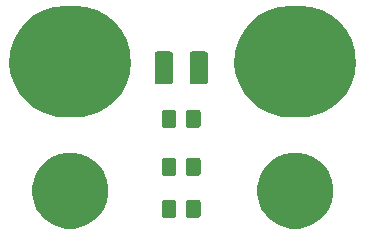
<source format=gbr>
G04 #@! TF.GenerationSoftware,KiCad,Pcbnew,(5.1.5)-3*
G04 #@! TF.CreationDate,2021-08-01T09:21:07-04:00*
G04 #@! TF.ProjectId,BindingPost_PCB,42696e64-696e-4675-906f-73745f504342,rev?*
G04 #@! TF.SameCoordinates,Original*
G04 #@! TF.FileFunction,Soldermask,Top*
G04 #@! TF.FilePolarity,Negative*
%FSLAX46Y46*%
G04 Gerber Fmt 4.6, Leading zero omitted, Abs format (unit mm)*
G04 Created by KiCad (PCBNEW (5.1.5)-3) date 2021-08-01 09:21:07*
%MOMM*%
%LPD*%
G04 APERTURE LIST*
%ADD10C,0.100000*%
G04 APERTURE END LIST*
D10*
G36*
X6782988Y-12899973D02*
G01*
X7370082Y-13143155D01*
X7370084Y-13143156D01*
X7898455Y-13496202D01*
X8347798Y-13945545D01*
X8684080Y-14448827D01*
X8700845Y-14473918D01*
X8944027Y-15061012D01*
X9068000Y-15684265D01*
X9068000Y-16319735D01*
X8944027Y-16942988D01*
X8922866Y-16994075D01*
X8700844Y-17530084D01*
X8347798Y-18058455D01*
X7898455Y-18507798D01*
X7370084Y-18860844D01*
X7370083Y-18860845D01*
X7370082Y-18860845D01*
X6782988Y-19104027D01*
X6159735Y-19228000D01*
X5524265Y-19228000D01*
X4901012Y-19104027D01*
X4313918Y-18860845D01*
X4313917Y-18860845D01*
X4313916Y-18860844D01*
X3785545Y-18507798D01*
X3336202Y-18058455D01*
X2983156Y-17530084D01*
X2761134Y-16994075D01*
X2739973Y-16942988D01*
X2616000Y-16319735D01*
X2616000Y-15684265D01*
X2739973Y-15061012D01*
X2983155Y-14473918D01*
X2999920Y-14448827D01*
X3336202Y-13945545D01*
X3785545Y-13496202D01*
X4313916Y-13143156D01*
X4313918Y-13143155D01*
X4901012Y-12899973D01*
X5524265Y-12776000D01*
X6159735Y-12776000D01*
X6782988Y-12899973D01*
G37*
G36*
X25832988Y-12899973D02*
G01*
X26420082Y-13143155D01*
X26420084Y-13143156D01*
X26948455Y-13496202D01*
X27397798Y-13945545D01*
X27734080Y-14448827D01*
X27750845Y-14473918D01*
X27994027Y-15061012D01*
X28118000Y-15684265D01*
X28118000Y-16319735D01*
X27994027Y-16942988D01*
X27972866Y-16994075D01*
X27750844Y-17530084D01*
X27397798Y-18058455D01*
X26948455Y-18507798D01*
X26420084Y-18860844D01*
X26420083Y-18860845D01*
X26420082Y-18860845D01*
X25832988Y-19104027D01*
X25209735Y-19228000D01*
X24574265Y-19228000D01*
X23951012Y-19104027D01*
X23363918Y-18860845D01*
X23363917Y-18860845D01*
X23363916Y-18860844D01*
X22835545Y-18507798D01*
X22386202Y-18058455D01*
X22033156Y-17530084D01*
X21811134Y-16994075D01*
X21789973Y-16942988D01*
X21666000Y-16319735D01*
X21666000Y-15684265D01*
X21789973Y-15061012D01*
X22033155Y-14473918D01*
X22049920Y-14448827D01*
X22386202Y-13945545D01*
X22835545Y-13496202D01*
X23363916Y-13143156D01*
X23363918Y-13143155D01*
X23951012Y-12899973D01*
X24574265Y-12776000D01*
X25209735Y-12776000D01*
X25832988Y-12899973D01*
G37*
G36*
X14678674Y-16779465D02*
G01*
X14716367Y-16790899D01*
X14751103Y-16809466D01*
X14781548Y-16834452D01*
X14806534Y-16864897D01*
X14825101Y-16899633D01*
X14836535Y-16937326D01*
X14841000Y-16982661D01*
X14841000Y-18069339D01*
X14836535Y-18114674D01*
X14825101Y-18152367D01*
X14806534Y-18187103D01*
X14781548Y-18217548D01*
X14751103Y-18242534D01*
X14716367Y-18261101D01*
X14678674Y-18272535D01*
X14633339Y-18277000D01*
X13796661Y-18277000D01*
X13751326Y-18272535D01*
X13713633Y-18261101D01*
X13678897Y-18242534D01*
X13648452Y-18217548D01*
X13623466Y-18187103D01*
X13604899Y-18152367D01*
X13593465Y-18114674D01*
X13589000Y-18069339D01*
X13589000Y-16982661D01*
X13593465Y-16937326D01*
X13604899Y-16899633D01*
X13623466Y-16864897D01*
X13648452Y-16834452D01*
X13678897Y-16809466D01*
X13713633Y-16790899D01*
X13751326Y-16779465D01*
X13796661Y-16775000D01*
X14633339Y-16775000D01*
X14678674Y-16779465D01*
G37*
G36*
X16728674Y-16779465D02*
G01*
X16766367Y-16790899D01*
X16801103Y-16809466D01*
X16831548Y-16834452D01*
X16856534Y-16864897D01*
X16875101Y-16899633D01*
X16886535Y-16937326D01*
X16891000Y-16982661D01*
X16891000Y-18069339D01*
X16886535Y-18114674D01*
X16875101Y-18152367D01*
X16856534Y-18187103D01*
X16831548Y-18217548D01*
X16801103Y-18242534D01*
X16766367Y-18261101D01*
X16728674Y-18272535D01*
X16683339Y-18277000D01*
X15846661Y-18277000D01*
X15801326Y-18272535D01*
X15763633Y-18261101D01*
X15728897Y-18242534D01*
X15698452Y-18217548D01*
X15673466Y-18187103D01*
X15654899Y-18152367D01*
X15643465Y-18114674D01*
X15639000Y-18069339D01*
X15639000Y-16982661D01*
X15643465Y-16937326D01*
X15654899Y-16899633D01*
X15673466Y-16864897D01*
X15698452Y-16834452D01*
X15728897Y-16809466D01*
X15763633Y-16790899D01*
X15801326Y-16779465D01*
X15846661Y-16775000D01*
X16683339Y-16775000D01*
X16728674Y-16779465D01*
G37*
G36*
X14678674Y-13223465D02*
G01*
X14716367Y-13234899D01*
X14751103Y-13253466D01*
X14781548Y-13278452D01*
X14806534Y-13308897D01*
X14825101Y-13343633D01*
X14836535Y-13381326D01*
X14841000Y-13426661D01*
X14841000Y-14513339D01*
X14836535Y-14558674D01*
X14825101Y-14596367D01*
X14806534Y-14631103D01*
X14781548Y-14661548D01*
X14751103Y-14686534D01*
X14716367Y-14705101D01*
X14678674Y-14716535D01*
X14633339Y-14721000D01*
X13796661Y-14721000D01*
X13751326Y-14716535D01*
X13713633Y-14705101D01*
X13678897Y-14686534D01*
X13648452Y-14661548D01*
X13623466Y-14631103D01*
X13604899Y-14596367D01*
X13593465Y-14558674D01*
X13589000Y-14513339D01*
X13589000Y-13426661D01*
X13593465Y-13381326D01*
X13604899Y-13343633D01*
X13623466Y-13308897D01*
X13648452Y-13278452D01*
X13678897Y-13253466D01*
X13713633Y-13234899D01*
X13751326Y-13223465D01*
X13796661Y-13219000D01*
X14633339Y-13219000D01*
X14678674Y-13223465D01*
G37*
G36*
X16728674Y-13223465D02*
G01*
X16766367Y-13234899D01*
X16801103Y-13253466D01*
X16831548Y-13278452D01*
X16856534Y-13308897D01*
X16875101Y-13343633D01*
X16886535Y-13381326D01*
X16891000Y-13426661D01*
X16891000Y-14513339D01*
X16886535Y-14558674D01*
X16875101Y-14596367D01*
X16856534Y-14631103D01*
X16831548Y-14661548D01*
X16801103Y-14686534D01*
X16766367Y-14705101D01*
X16728674Y-14716535D01*
X16683339Y-14721000D01*
X15846661Y-14721000D01*
X15801326Y-14716535D01*
X15763633Y-14705101D01*
X15728897Y-14686534D01*
X15698452Y-14661548D01*
X15673466Y-14631103D01*
X15654899Y-14596367D01*
X15643465Y-14558674D01*
X15639000Y-14513339D01*
X15639000Y-13426661D01*
X15643465Y-13381326D01*
X15654899Y-13343633D01*
X15673466Y-13308897D01*
X15698452Y-13278452D01*
X15728897Y-13253466D01*
X15763633Y-13234899D01*
X15801326Y-13223465D01*
X15846661Y-13219000D01*
X16683339Y-13219000D01*
X16728674Y-13223465D01*
G37*
G36*
X14678674Y-9159465D02*
G01*
X14716367Y-9170899D01*
X14751103Y-9189466D01*
X14781548Y-9214452D01*
X14806534Y-9244897D01*
X14825101Y-9279633D01*
X14836535Y-9317326D01*
X14841000Y-9362661D01*
X14841000Y-10449339D01*
X14836535Y-10494674D01*
X14825101Y-10532367D01*
X14806534Y-10567103D01*
X14781548Y-10597548D01*
X14751103Y-10622534D01*
X14716367Y-10641101D01*
X14678674Y-10652535D01*
X14633339Y-10657000D01*
X13796661Y-10657000D01*
X13751326Y-10652535D01*
X13713633Y-10641101D01*
X13678897Y-10622534D01*
X13648452Y-10597548D01*
X13623466Y-10567103D01*
X13604899Y-10532367D01*
X13593465Y-10494674D01*
X13589000Y-10449339D01*
X13589000Y-9362661D01*
X13593465Y-9317326D01*
X13604899Y-9279633D01*
X13623466Y-9244897D01*
X13648452Y-9214452D01*
X13678897Y-9189466D01*
X13713633Y-9170899D01*
X13751326Y-9159465D01*
X13796661Y-9155000D01*
X14633339Y-9155000D01*
X14678674Y-9159465D01*
G37*
G36*
X16728674Y-9159465D02*
G01*
X16766367Y-9170899D01*
X16801103Y-9189466D01*
X16831548Y-9214452D01*
X16856534Y-9244897D01*
X16875101Y-9279633D01*
X16886535Y-9317326D01*
X16891000Y-9362661D01*
X16891000Y-10449339D01*
X16886535Y-10494674D01*
X16875101Y-10532367D01*
X16856534Y-10567103D01*
X16831548Y-10597548D01*
X16801103Y-10622534D01*
X16766367Y-10641101D01*
X16728674Y-10652535D01*
X16683339Y-10657000D01*
X15846661Y-10657000D01*
X15801326Y-10652535D01*
X15763633Y-10641101D01*
X15728897Y-10622534D01*
X15698452Y-10597548D01*
X15673466Y-10567103D01*
X15654899Y-10532367D01*
X15643465Y-10494674D01*
X15639000Y-10449339D01*
X15639000Y-9362661D01*
X15643465Y-9317326D01*
X15654899Y-9279633D01*
X15673466Y-9244897D01*
X15698452Y-9214452D01*
X15728897Y-9189466D01*
X15763633Y-9170899D01*
X15801326Y-9159465D01*
X15846661Y-9155000D01*
X16683339Y-9155000D01*
X16728674Y-9159465D01*
G37*
G36*
X26025717Y-438707D02*
G01*
X26255214Y-461310D01*
X27138623Y-729290D01*
X27138626Y-729291D01*
X27952773Y-1164461D01*
X27952776Y-1164463D01*
X27952777Y-1164464D01*
X28666390Y-1750110D01*
X29252036Y-2463723D01*
X29252039Y-2463727D01*
X29687209Y-3277874D01*
X29687210Y-3277877D01*
X29955190Y-4161286D01*
X29986570Y-4479895D01*
X30045675Y-5080000D01*
X29955190Y-5998713D01*
X29687209Y-6882126D01*
X29252039Y-7696273D01*
X29252037Y-7696276D01*
X29252036Y-7696277D01*
X28666390Y-8409890D01*
X27952777Y-8995536D01*
X27952773Y-8995539D01*
X27138626Y-9430709D01*
X27138623Y-9430710D01*
X26255214Y-9698690D01*
X26025717Y-9721293D01*
X25566726Y-9766500D01*
X24217274Y-9766500D01*
X23758283Y-9721293D01*
X23528786Y-9698690D01*
X22645377Y-9430710D01*
X22645374Y-9430709D01*
X21831227Y-8995539D01*
X21831223Y-8995536D01*
X21117610Y-8409890D01*
X20531964Y-7696277D01*
X20531963Y-7696276D01*
X20531961Y-7696273D01*
X20096791Y-6882126D01*
X19828810Y-5998713D01*
X19738325Y-5080000D01*
X19797430Y-4479895D01*
X19828810Y-4161286D01*
X20096790Y-3277877D01*
X20096791Y-3277874D01*
X20531961Y-2463727D01*
X20531964Y-2463723D01*
X21117610Y-1750110D01*
X21831223Y-1164464D01*
X21831224Y-1164463D01*
X21831227Y-1164461D01*
X22645374Y-729291D01*
X22645377Y-729290D01*
X23528786Y-461310D01*
X23758283Y-438707D01*
X24217274Y-393500D01*
X25566726Y-393500D01*
X26025717Y-438707D01*
G37*
G36*
X6975717Y-438707D02*
G01*
X7205214Y-461310D01*
X8088623Y-729290D01*
X8088626Y-729291D01*
X8902773Y-1164461D01*
X8902776Y-1164463D01*
X8902777Y-1164464D01*
X9616390Y-1750110D01*
X10202036Y-2463723D01*
X10202039Y-2463727D01*
X10637209Y-3277874D01*
X10637210Y-3277877D01*
X10905190Y-4161286D01*
X10936570Y-4479895D01*
X10995675Y-5080000D01*
X10905190Y-5998713D01*
X10637209Y-6882126D01*
X10202039Y-7696273D01*
X10202037Y-7696276D01*
X10202036Y-7696277D01*
X9616390Y-8409890D01*
X8902777Y-8995536D01*
X8902773Y-8995539D01*
X8088626Y-9430709D01*
X8088623Y-9430710D01*
X7205214Y-9698690D01*
X6975717Y-9721293D01*
X6516726Y-9766500D01*
X5167274Y-9766500D01*
X4708283Y-9721293D01*
X4478786Y-9698690D01*
X3595377Y-9430710D01*
X3595374Y-9430709D01*
X2781227Y-8995539D01*
X2781223Y-8995536D01*
X2067610Y-8409890D01*
X1481964Y-7696277D01*
X1481963Y-7696276D01*
X1481961Y-7696273D01*
X1046791Y-6882126D01*
X778810Y-5998713D01*
X688325Y-5080000D01*
X747430Y-4479895D01*
X778810Y-4161286D01*
X1046790Y-3277877D01*
X1046791Y-3277874D01*
X1481961Y-2463727D01*
X1481964Y-2463723D01*
X2067610Y-1750110D01*
X2781223Y-1164464D01*
X2781224Y-1164463D01*
X2781227Y-1164461D01*
X3595374Y-729291D01*
X3595377Y-729290D01*
X4478786Y-461310D01*
X4708283Y-438707D01*
X5167274Y-393500D01*
X6516726Y-393500D01*
X6975717Y-438707D01*
G37*
G36*
X17340562Y-4216181D02*
G01*
X17375481Y-4226774D01*
X17407663Y-4243976D01*
X17435873Y-4267127D01*
X17459024Y-4295337D01*
X17476226Y-4327519D01*
X17486819Y-4362438D01*
X17491000Y-4404895D01*
X17491000Y-6771105D01*
X17486819Y-6813562D01*
X17476226Y-6848481D01*
X17459024Y-6880663D01*
X17435873Y-6908873D01*
X17407663Y-6932024D01*
X17375481Y-6949226D01*
X17340562Y-6959819D01*
X17298105Y-6964000D01*
X16156895Y-6964000D01*
X16114438Y-6959819D01*
X16079519Y-6949226D01*
X16047337Y-6932024D01*
X16019127Y-6908873D01*
X15995976Y-6880663D01*
X15978774Y-6848481D01*
X15968181Y-6813562D01*
X15964000Y-6771105D01*
X15964000Y-4404895D01*
X15968181Y-4362438D01*
X15978774Y-4327519D01*
X15995976Y-4295337D01*
X16019127Y-4267127D01*
X16047337Y-4243976D01*
X16079519Y-4226774D01*
X16114438Y-4216181D01*
X16156895Y-4212000D01*
X17298105Y-4212000D01*
X17340562Y-4216181D01*
G37*
G36*
X14365562Y-4216181D02*
G01*
X14400481Y-4226774D01*
X14432663Y-4243976D01*
X14460873Y-4267127D01*
X14484024Y-4295337D01*
X14501226Y-4327519D01*
X14511819Y-4362438D01*
X14516000Y-4404895D01*
X14516000Y-6771105D01*
X14511819Y-6813562D01*
X14501226Y-6848481D01*
X14484024Y-6880663D01*
X14460873Y-6908873D01*
X14432663Y-6932024D01*
X14400481Y-6949226D01*
X14365562Y-6959819D01*
X14323105Y-6964000D01*
X13181895Y-6964000D01*
X13139438Y-6959819D01*
X13104519Y-6949226D01*
X13072337Y-6932024D01*
X13044127Y-6908873D01*
X13020976Y-6880663D01*
X13003774Y-6848481D01*
X12993181Y-6813562D01*
X12989000Y-6771105D01*
X12989000Y-4404895D01*
X12993181Y-4362438D01*
X13003774Y-4327519D01*
X13020976Y-4295337D01*
X13044127Y-4267127D01*
X13072337Y-4243976D01*
X13104519Y-4226774D01*
X13139438Y-4216181D01*
X13181895Y-4212000D01*
X14323105Y-4212000D01*
X14365562Y-4216181D01*
G37*
M02*

</source>
